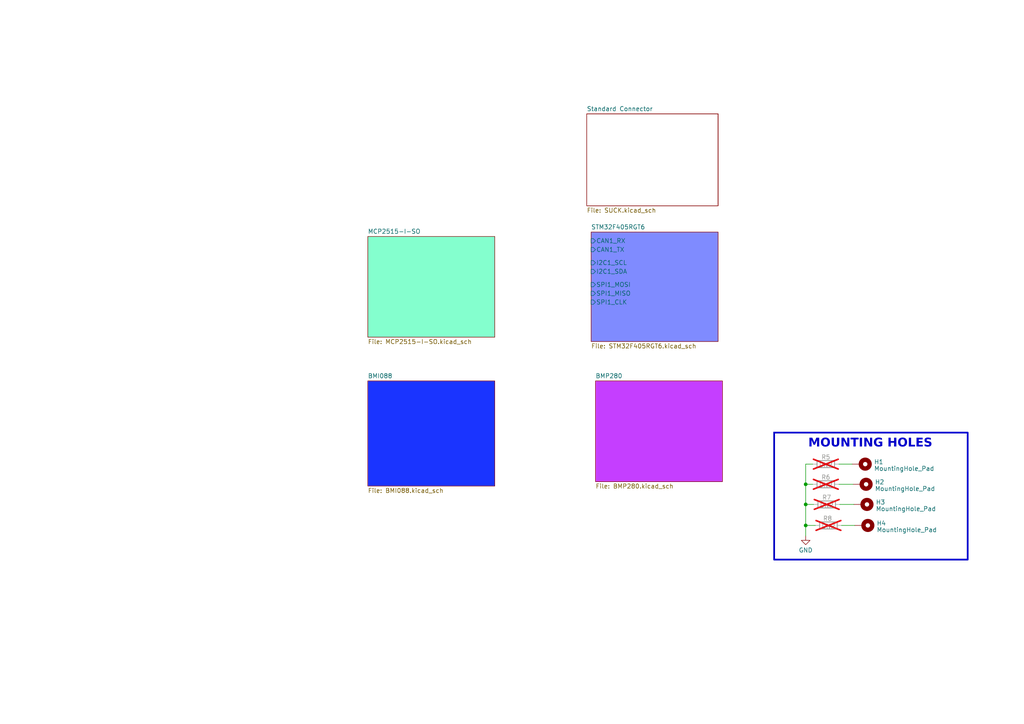
<source format=kicad_sch>
(kicad_sch (version 20230121) (generator eeschema)
  (paper "A4")
  (lib_symbols
    (symbol "Device:R" (pin_numbers hide) (pin_names (offset 0))
      (property "Reference" "R" (at 2.032 0 90))
      (property "Value" "R" (at 0 0 90))
      (symbol "R_0_1"
        (rectangle (start -1.016 -2.54) (end 1.016 2.54) (stroke (width 0.254)))
      )
      (symbol "R_1_1"
        (pin passive line (at 0 3.81 270) (length 1.27) (name "~") (number "1"))
        (pin passive line (at 0 -3.81 90) (length 1.27) (name "~") (number "2"))
      )
    )
    (symbol "Mechanical:MountingHole_Pad" (pin_numbers hide) (pin_names (offset 1.016) hide)
      (property "Reference" "H" (at 0 6.35 0))
      (property "Value" "MountingHole_Pad" (at 0 4.445 0))
      (symbol "MountingHole_Pad_0_1"
        (circle (center 0 1.27) (radius 1.27) (stroke (width 1.27)))
      )
      (symbol "MountingHole_Pad_1_1"
        (pin input line (at 0 -2.54 90) (length 2.54) (name "1") (number "1"))
      )
    )
    (symbol "power:GND" (power) (pin_names (offset 0))
      (property "Value" "GND" (at 0 -3.81 0))
      (symbol "GND_0_1"
        (polyline (pts (xy 0 0) (xy 0 -1.27) (xy 1.27 -1.27) (xy 0 -2.54) (xy -1.27 -1.27) (xy 0 -1.27)))
      )
      (symbol "GND_1_1"
        (pin power_in line (at 0 0 270) (length 0) hide (name "GND") (number "1"))
      )
    )
  )
  (junction (at 233.68 152.4))
  (junction (at 233.68 140.462))
  (junction (at 233.68 146.304))
  (wire (pts (xy 244.094 152.4) (xy 247.904 152.4)))
  (wire (pts (xy 233.68 152.4) (xy 236.474 152.4)))
  (wire (pts (xy 233.68 152.4) (xy 233.68 155.448)))
  (wire (pts (xy 233.68 146.304) (xy 233.68 152.4)))
  (wire (pts (xy 243.586 146.304) (xy 247.65 146.304)))
  (wire (pts (xy 233.68 134.62) (xy 233.68 140.462)))
  (wire (pts (xy 243.332 134.62) (xy 247.142 134.62)))
  (wire (pts (xy 233.68 146.304) (xy 235.966 146.304)))
  (wire (pts (xy 243.332 140.462) (xy 247.396 140.462)))
  (wire (pts (xy 233.68 140.462) (xy 235.712 140.462)))
  (wire (pts (xy 233.68 140.462) (xy 233.68 146.304)))
  (wire (pts (xy 235.712 134.62) (xy 233.68 134.62)))
  (rectangle (start 224.536 125.476) (end 280.67 162.306) (stroke (width 0.5)))
  (text "MOUNTING HOLES" (at 234.442 130.81 0) (effects (font (size 2.5 2.5) bold) (justify left bottom)))
  (symbol (lib_id "Mechanical:MountingHole_Pad") (at 250.444 152.4 270) (unit 1)
    (property "Reference" "H4" (at 254.254 151.7563 90) (effects (justify left)))
    (property "Value" "MountingHole_Pad" (at 254.254 153.6773 90) (effects (justify left)))
    (property "Footprint" "MountingHole:MountingHole_3mm_Pad" (effects hide))
  )
  (symbol (lib_id "Device:R") (at 239.522 134.62 90) (unit 1) (dnp yes)
    (property "Reference" "R5" (at 239.522 132.588 90))
    (property "Value" "DNP" (at 239.522 134.874 90))
    (property "Footprint" "Resistor_SMD:R_0603_1608Metric_Pad0.98x0.95mm_HandSolder" (effects hide))
  )
  (symbol (lib_id "Device:R") (at 239.776 146.304 90) (unit 1) (dnp yes)
    (property "Reference" "R7" (at 239.776 144.272 90))
    (property "Value" "DNP" (at 239.776 146.558 90))
    (property "Footprint" "Resistor_SMD:R_0603_1608Metric_Pad0.98x0.95mm_HandSolder" (effects hide))
  )
  (symbol (lib_id "Mechanical:MountingHole_Pad") (at 249.682 134.62 270) (unit 1)
    (property "Reference" "H1" (at 253.492 133.9763 90) (effects (justify left)))
    (property "Value" "MountingHole_Pad" (at 253.492 135.8973 90) (effects (justify left)))
    (property "Footprint" "MountingHole:MountingHole_3mm_Pad" (effects hide))
  )
  (symbol (lib_id "Mechanical:MountingHole_Pad") (at 250.19 146.304 270) (unit 1)
    (property "Reference" "H3" (at 254 145.6603 90) (effects (justify left)))
    (property "Value" "MountingHole_Pad" (at 254 147.5813 90) (effects (justify left)))
    (property "Footprint" "MountingHole:MountingHole_3mm_Pad" (effects hide))
  )
  (symbol (lib_id "Device:R") (at 239.522 140.462 90) (unit 1) (dnp yes)
    (property "Reference" "R6" (at 239.522 138.43 90))
    (property "Value" "DNP" (at 239.522 140.716 90))
    (property "Footprint" "Resistor_SMD:R_0603_1608Metric_Pad0.98x0.95mm_HandSolder" (effects hide))
  )
  (symbol (lib_id "Mechanical:MountingHole_Pad") (at 249.936 140.462 270) (unit 1)
    (property "Reference" "H2" (at 253.746 139.8183 90) (effects (justify left)))
    (property "Value" "MountingHole_Pad" (at 253.746 141.7393 90) (effects (justify left)))
    (property "Footprint" "MountingHole:MountingHole_3mm_Pad" (effects hide))
  )
  (symbol (lib_id "power:GND") (at 233.68 155.448 0) (unit 1)
    (property "Reference" "#PWR026" (effects hide))
    (property "Value" "GND" (at 233.68 159.5835 0))
  )
  (symbol (lib_id "Device:R") (at 240.284 152.4 90) (unit 1) (dnp yes)
    (property "Reference" "R8" (at 240.03 150.368 90))
    (property "Value" "DNP" (at 240.284 152.654 90))
    (property "Footprint" "Resistor_SMD:R_0603_1608Metric_Pad0.98x0.95mm_HandSolder" (effects hide))
  )
  (sheet (at 171.45 67.31) (size 36.83 31.75) (stroke (width 0.1524)) (fill (color 0 24 255 0.5000))
    (property "Sheetname" "STM32F405RGT6" (at 171.45 66.5984 0) (effects (justify left bottom)))
    (property "Sheetfile" "STM32F405RGT6.kicad_sch" (at 171.45 99.6446 0) (effects (justify left top)))
    (pin "CAN1_RX" input (at 171.45 69.85 180))
    (pin "CAN1_TX" input (at 171.45 72.39 180))
    (pin "I2C1_SCL" input (at 171.45 76.2 180))
    (pin "SPI1_MOSI" input (at 171.45 82.55 180))
    (pin "SPI1_MISO" input (at 171.45 85.09 180))
    (pin "I2C1_SDA" input (at 171.45 78.74 180))
    (pin "SPI1_CLK" input (at 171.45 87.63 180))
  )
  (sheet (at 106.68 110.49) (size 36.83 30.48) (stroke (width 0.1524)) (fill (color 26 52 255 1.0000))
    (property "Sheetname" "BMI088" (at 106.68 109.7784 0) (effects (justify left bottom)))
    (property "Sheetfile" "BMI088.kicad_sch" (at 106.68 141.5546 0) (effects (justify left top)))
  )
  (sheet (at 172.72 110.49) (size 36.83 29.21) (stroke (width 0.1524)) (fill (color 197 62 255 1.0000))
    (property "Sheetname" "BMP280" (at 172.72 109.7784 0) (effects (justify left bottom)))
    (property "Sheetfile" "BMP280.kicad_sch" (at 172.72 140.2846 0) (effects (justify left top)))
  )
  (sheet (at 106.68 68.58) (size 36.83 29.21) (stroke (width 0.1524)) (fill (color 49 255 175 0.5900))
    (property "Sheetname" "MCP2515-I-SO" (at 106.68 67.8684 0) (effects (justify left bottom)))
    (property "Sheetfile" "MCP2515-I-SO.kicad_sch" (at 106.68 98.3746 0) (effects (justify left top)))
  )
  (sheet (at 170.18 33.02) (size 38.1 26.67) (stroke (width 0.1524))
    (property "Sheetname" "Standard Connector" (at 170.18 32.3084 0) (effects (justify left bottom)))
    (property "Sheetfile" "SUCK.kicad_sch" (at 170.18 60.2746 0) (effects (justify left top)))
  )
)
</source>
